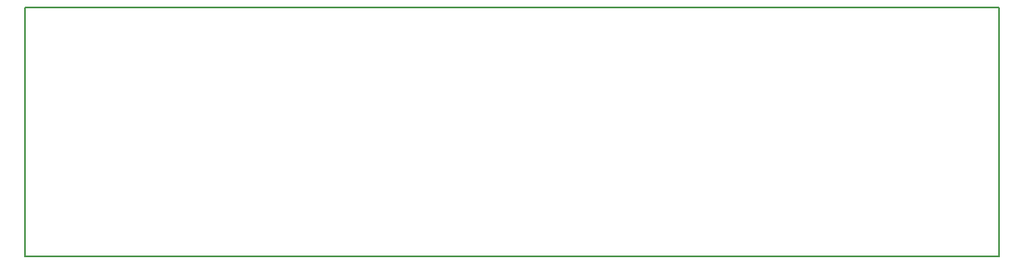
<source format=gko>
G04 #@! TF.GenerationSoftware,KiCad,Pcbnew,5.0.0-fee4fd1~65~ubuntu17.10.1*
G04 #@! TF.CreationDate,2018-08-22T05:19:15-04:00*
G04 #@! TF.ProjectId,touch,746F7563682E6B696361645F70636200,B*
G04 #@! TF.SameCoordinates,Original*
G04 #@! TF.FileFunction,Profile,NP*
%FSLAX46Y46*%
G04 Gerber Fmt 4.6, Leading zero omitted, Abs format (unit mm)*
G04 Created by KiCad (PCBNEW 5.0.0-fee4fd1~65~ubuntu17.10.1) date Wed Aug 22 05:19:15 2018*
%MOMM*%
%LPD*%
G01*
G04 APERTURE LIST*
%ADD10C,0.150000*%
G04 APERTURE END LIST*
D10*
X99060000Y-88138000D02*
X99060000Y-113538000D01*
X198120000Y-88138000D02*
X99060000Y-88138000D01*
X198120000Y-113538000D02*
X198120000Y-88138000D01*
X99060000Y-113538000D02*
X198120000Y-113538000D01*
M02*

</source>
